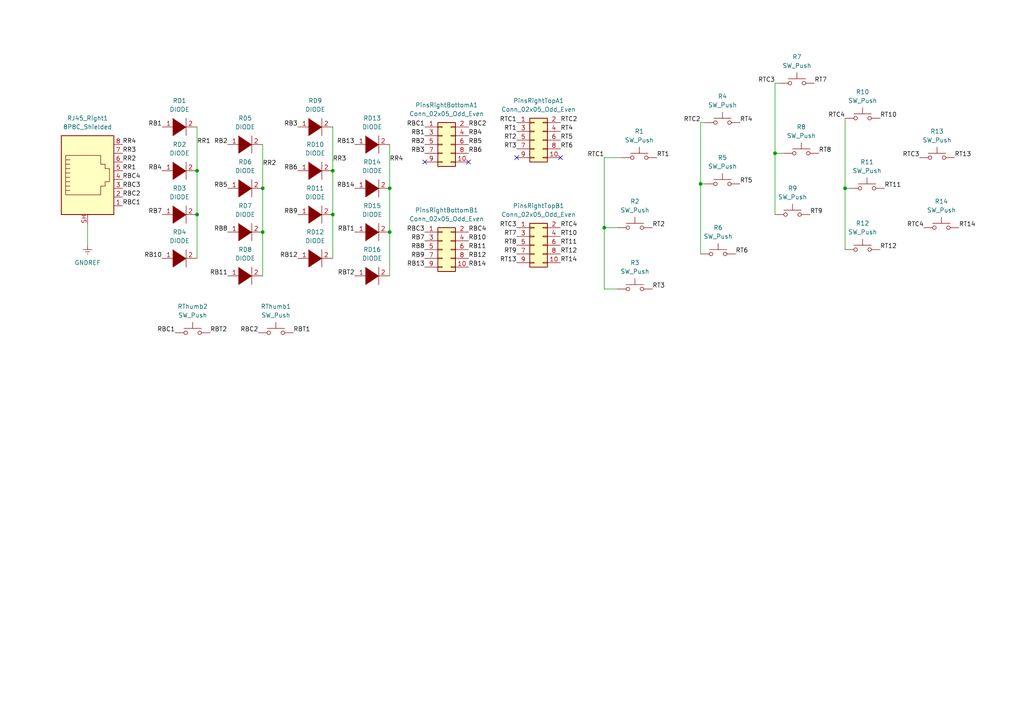
<source format=kicad_sch>
(kicad_sch (version 20211123) (generator eeschema)
  (paper "A4")
  (lib_symbols
    (symbol "Connector:8P8C_Shielded" (pin_names (offset 1.016))
      (property "Reference" "J" (at -5.08 13.97 0))
      (property "Value" "8P8C_Shielded" (at 2.54 13.97 0))
      (symbol "8P8C_Shielded_0_1"
        (polyline (pts (xy -5.08 4.445) (xy -6.35 4.445)))
        (polyline (pts (xy -5.08 5.715) (xy -6.35 5.715)))
        (polyline (pts (xy -6.35 -3.175) (xy -5.08 -3.175) (xy -5.08 -3.175)))
        (polyline (pts (xy -6.35 -1.905) (xy -5.08 -1.905) (xy -5.08 -1.905)))
        (polyline (pts (xy -6.35 -0.635) (xy -5.08 -0.635) (xy -5.08 -0.635)))
        (polyline (pts (xy -6.35 0.635) (xy -5.08 0.635) (xy -5.08 0.635)))
        (polyline (pts (xy -6.35 1.905) (xy -5.08 1.905) (xy -5.08 1.905)))
        (polyline (pts (xy -5.08 3.175) (xy -6.35 3.175) (xy -6.35 3.175)))
        (polyline (pts (xy -6.35 -4.445) (xy -6.35 6.985) (xy 3.81 6.985) (xy 3.81 4.445) (xy 5.08 4.445) (xy 5.08 3.175) (xy 6.35 3.175) (xy 6.35 -0.635) (xy 5.08 -0.635) (xy 5.08 -1.905) (xy 3.81 -1.905) (xy 3.81 -4.445) (xy -6.35 -4.445) (xy -6.35 -4.445)))
        (rectangle (start 7.62 12.7) (end -7.62 -10.16) (stroke (width 0.254)) (fill (type background)))
      )
      (symbol "8P8C_Shielded_1_1"
        (pin passive line (at 10.16 -7.62 180) (length 2.54) (name "~") (number "1"))
        (pin passive line (at 10.16 -5.08 180) (length 2.54) (name "~") (number "2"))
        (pin passive line (at 10.16 -2.54 180) (length 2.54) (name "~") (number "3"))
        (pin passive line (at 10.16 0 180) (length 2.54) (name "~") (number "4"))
        (pin passive line (at 10.16 2.54 180) (length 2.54) (name "~") (number "5"))
        (pin passive line (at 10.16 5.08 180) (length 2.54) (name "~") (number "6"))
        (pin passive line (at 10.16 7.62 180) (length 2.54) (name "~") (number "7"))
        (pin passive line (at 10.16 10.16 180) (length 2.54) (name "~") (number "8"))
        (pin passive line (at 0 -12.7 90) (length 2.54) (name "~") (number "SH"))
      )
    )
    (symbol "Connector_Generic:Conn_02x05_Odd_Even" (pin_names (offset 1.016) hide)
      (property "Reference" "J" (at 1.27 7.62 0))
      (property "Value" "Conn_02x05_Odd_Even" (at 1.27 -7.62 0))
      (symbol "Conn_02x05_Odd_Even_1_1"
        (rectangle (start -1.27 -4.953) (end 0 -5.207) (stroke (width 0.1524)))
        (rectangle (start -1.27 -2.413) (end 0 -2.667) (stroke (width 0.1524)))
        (rectangle (start -1.27 0.127) (end 0 -0.127) (stroke (width 0.1524)))
        (rectangle (start -1.27 2.667) (end 0 2.413) (stroke (width 0.1524)))
        (rectangle (start -1.27 5.207) (end 0 4.953) (stroke (width 0.1524)))
        (rectangle (start -1.27 6.35) (end 3.81 -6.35) (stroke (width 0.254)) (fill (type background)))
        (rectangle (start 3.81 -4.953) (end 2.54 -5.207) (stroke (width 0.1524)))
        (rectangle (start 3.81 -2.413) (end 2.54 -2.667) (stroke (width 0.1524)))
        (rectangle (start 3.81 0.127) (end 2.54 -0.127) (stroke (width 0.1524)))
        (rectangle (start 3.81 2.667) (end 2.54 2.413) (stroke (width 0.1524)))
        (rectangle (start 3.81 5.207) (end 2.54 4.953) (stroke (width 0.1524)))
        (pin passive line (at -5.08 5.08 0) (length 3.81) (name "Pin_1") (number "1"))
        (pin passive line (at 7.62 -5.08 180) (length 3.81) (name "Pin_10") (number "10"))
        (pin passive line (at 7.62 5.08 180) (length 3.81) (name "Pin_2") (number "2"))
        (pin passive line (at -5.08 2.54 0) (length 3.81) (name "Pin_3") (number "3"))
        (pin passive line (at 7.62 2.54 180) (length 3.81) (name "Pin_4") (number "4"))
        (pin passive line (at -5.08 0 0) (length 3.81) (name "Pin_5") (number "5"))
        (pin passive line (at 7.62 0 180) (length 3.81) (name "Pin_6") (number "6"))
        (pin passive line (at -5.08 -2.54 0) (length 3.81) (name "Pin_7") (number "7"))
        (pin passive line (at 7.62 -2.54 180) (length 3.81) (name "Pin_8") (number "8"))
        (pin passive line (at -5.08 -5.08 0) (length 3.81) (name "Pin_9") (number "9"))
      )
    )
    (symbol "Switch:SW_Push" (pin_numbers hide) (pin_names (offset 1.016) hide)
      (property "Reference" "SW" (at 1.27 2.54 0))
      (property "Value" "SW_Push" (at 0 -1.524 0))
      (symbol "SW_Push_0_1"
        (circle (center -2.032 0) (radius 0.508))
        (polyline (pts (xy 0 1.27) (xy 0 3.048)))
        (polyline (pts (xy 2.54 1.27) (xy -2.54 1.27)))
        (circle (center 2.032 0) (radius 0.508))
        (pin passive line (at -5.08 0 0) (length 2.54) (name "1") (number "1"))
        (pin passive line (at 5.08 0 180) (length 2.54) (name "2") (number "2"))
      )
    )
    (symbol "power:GNDREF" (power) (pin_names (offset 0))
      (property "Value" "GNDREF" (at 0 -3.81 0))
      (symbol "GNDREF_0_1"
        (polyline (pts (xy -0.635 -1.905) (xy 0.635 -1.905)))
        (polyline (pts (xy -0.127 -2.54) (xy 0.127 -2.54)))
        (polyline (pts (xy 0 -1.27) (xy 0 0)))
        (polyline (pts (xy 1.27 -1.27) (xy -1.27 -1.27)))
      )
      (symbol "GNDREF_1_1"
        (pin power_in line (at 0 0 270) (length 0) hide (name "GNDREF") (number "1"))
      )
    )
    (symbol "pspice:DIODE" (pin_names (offset 1.016) hide)
      (property "Reference" "D" (at 0 3.81 0))
      (property "Value" "DIODE" (at 0 -4.445 0))
      (symbol "DIODE_0_1"
        (polyline (pts (xy 1.905 2.54) (xy 1.905 -2.54)))
        (polyline (pts (xy -1.905 2.54) (xy -1.905 -2.54) (xy 1.905 0)) (fill (type outline)))
      )
      (symbol "DIODE_1_1"
        (pin input line (at -5.08 0 0) (length 3.81) (name "K") (number "1"))
        (pin input line (at 5.08 0 180) (length 3.81) (name "A") (number "2"))
      )
    )
  )
  (junction (at 57.15 62.23))
  (junction (at 57.15 49.53))
  (junction (at 96.52 62.23))
  (junction (at 224.79 44.45))
  (junction (at 175.26 66.04))
  (junction (at 245.11 54.61))
  (junction (at 203.2 53.34))
  (junction (at 76.2 67.31))
  (junction (at 76.2 54.61))
  (junction (at 113.03 67.31))
  (junction (at 113.03 54.61))
  (junction (at 96.52 49.53))
  (no_connect (at 162.56 45.72))
  (no_connect (at 135.89 46.99))
  (no_connect (at 123.19 46.99))
  (no_connect (at 149.86 45.72))
  (wire (pts (xy 203.2 53.34) (xy 203.2 35.56)))
  (wire (pts (xy 76.2 41.91) (xy 76.2 54.61)))
  (wire (pts (xy 96.52 62.23) (xy 96.52 74.93)))
  (wire (pts (xy 224.79 62.23) (xy 224.79 44.45)))
  (wire (pts (xy 96.52 36.83) (xy 96.52 49.53)))
  (wire (pts (xy 96.52 49.53) (xy 96.52 62.23)))
  (wire (pts (xy 203.2 53.34) (xy 204.47 53.34)))
  (wire (pts (xy 175.26 45.72) (xy 175.26 66.04)))
  (wire (pts (xy 76.2 54.61) (xy 76.2 67.31)))
  (wire (pts (xy 76.2 67.31) (xy 76.2 80.01)))
  (wire (pts (xy 175.26 66.04) (xy 179.07 66.04)))
  (wire (pts (xy 113.03 41.91) (xy 113.03 54.61)))
  (wire (pts (xy 245.11 34.29) (xy 245.11 54.61)))
  (wire (pts (xy 175.26 66.04) (xy 175.26 83.82)))
  (wire (pts (xy 224.79 24.13) (xy 226.06 24.13)))
  (wire (pts (xy 203.2 35.56) (xy 204.47 35.56)))
  (wire (pts (xy 175.26 83.82) (xy 179.07 83.82)))
  (wire (pts (xy 203.2 73.66) (xy 203.2 53.34)))
  (wire (pts (xy 113.03 54.61) (xy 113.03 67.31)))
  (wire (pts (xy 224.79 44.45) (xy 227.33 44.45)))
  (wire (pts (xy 224.79 44.45) (xy 224.79 24.13)))
  (wire (pts (xy 113.03 67.31) (xy 113.03 80.01)))
  (wire (pts (xy 245.11 54.61) (xy 246.38 54.61)))
  (wire (pts (xy 57.15 62.23) (xy 57.15 74.93)))
  (wire (pts (xy 25.4 64.77) (xy 25.4 71.12)))
  (wire (pts (xy 57.15 36.83) (xy 57.15 49.53)))
  (wire (pts (xy 245.11 54.61) (xy 245.11 72.39)))
  (wire (pts (xy 175.26 45.72) (xy 180.34 45.72)))
  (wire (pts (xy 57.15 49.53) (xy 57.15 62.23)))
  (label "RB3" (at 123.19 44.45 180))
  (label "RT8" (at 237.49 44.45 0))
  (label "RT6" (at 162.56 43.18 0))
  (label "RBC2" (at 135.89 36.83 0))
  (label "RR3" (at 96.52 46.99 0))
  (label "RTC4" (at 162.56 66.04 0))
  (label "RB4" (at 135.89 39.37 0))
  (label "RT12" (at 255.27 72.39 0))
  (label "RB13" (at 123.19 77.47 180))
  (label "RB2" (at 66.04 41.91 180))
  (label "RTC3" (at 149.86 66.04 180))
  (label "RTC3" (at 224.79 24.13 180))
  (label "RR4" (at 113.03 46.99 0))
  (label "RBT1" (at 102.87 67.31 180))
  (label "RTC1" (at 175.26 45.72 180))
  (label "RB13" (at 102.87 41.91 180))
  (label "RR4" (at 35.56 41.91 0))
  (label "RB10" (at 46.99 74.93 180))
  (label "RBC2" (at 74.93 96.52 180))
  (label "RB12" (at 135.89 74.93 0))
  (label "RB1" (at 123.19 39.37 180))
  (label "RB14" (at 135.89 77.47 0))
  (label "RTC4" (at 267.97 66.04 180))
  (label "RB9" (at 123.19 74.93 180))
  (label "RB8" (at 66.04 67.31 180))
  (label "RB7" (at 46.99 62.23 180))
  (label "RB9" (at 86.36 62.23 180))
  (label "RBC2" (at 35.56 57.15 0))
  (label "RR1" (at 57.15 41.91 0))
  (label "RBC4" (at 35.56 52.07 0))
  (label "RT1" (at 190.5 45.72 0))
  (label "RB5" (at 66.04 54.61 180))
  (label "RT4" (at 214.63 35.56 0))
  (label "RT5" (at 214.63 53.34 0))
  (label "RT13" (at 149.86 76.2 180))
  (label "RT3" (at 149.86 43.18 180))
  (label "RB1" (at 46.99 36.83 180))
  (label "RR3" (at 35.56 44.45 0))
  (label "RT10" (at 162.56 68.58 0))
  (label "RTC1" (at 149.86 35.56 180))
  (label "RT2" (at 189.23 66.04 0))
  (label "RTC2" (at 162.56 35.56 0))
  (label "RBT1" (at 85.09 96.52 0))
  (label "RB4" (at 46.99 49.53 180))
  (label "RT4" (at 162.56 38.1 0))
  (label "RT8" (at 149.86 71.12 180))
  (label "RBC1" (at 35.56 59.69 0))
  (label "RB2" (at 123.19 41.91 180))
  (label "RT9" (at 149.86 73.66 180))
  (label "RTC2" (at 203.2 35.56 180))
  (label "RB7" (at 123.19 69.85 180))
  (label "RT11" (at 256.54 54.61 0))
  (label "RT13" (at 276.86 45.72 0))
  (label "RT2" (at 149.86 40.64 180))
  (label "RT1" (at 149.86 38.1 180))
  (label "RT7" (at 236.22 24.13 0))
  (label "RT10" (at 255.27 34.29 0))
  (label "RB6" (at 135.89 44.45 0))
  (label "RTC4" (at 245.11 34.29 180))
  (label "RBT2" (at 102.87 80.01 180))
  (label "RR1" (at 35.56 49.53 0))
  (label "RT5" (at 162.56 40.64 0))
  (label "RB12" (at 86.36 74.93 180))
  (label "RT6" (at 213.36 73.66 0))
  (label "RT7" (at 149.86 68.58 180))
  (label "RT11" (at 162.56 71.12 0))
  (label "RT14" (at 278.13 66.04 0))
  (label "RB11" (at 66.04 80.01 180))
  (label "RB8" (at 123.19 72.39 180))
  (label "RB6" (at 86.36 49.53 180))
  (label "RB10" (at 135.89 69.85 0))
  (label "RR2" (at 35.56 46.99 0))
  (label "RBC1" (at 50.8 96.52 180))
  (label "RT3" (at 189.23 83.82 0))
  (label "RB5" (at 135.89 41.91 0))
  (label "RB11" (at 135.89 72.39 0))
  (label "RT12" (at 162.56 73.66 0))
  (label "RB14" (at 102.87 54.61 180))
  (label "RBC3" (at 123.19 67.31 180))
  (label "RTC3" (at 266.7 45.72 180))
  (label "RBC4" (at 135.89 67.31 0))
  (label "RBT2" (at 60.96 96.52 0))
  (label "RBC1" (at 123.19 36.83 180))
  (label "RT9" (at 234.95 62.23 0))
  (label "RB3" (at 86.36 36.83 180))
  (label "RT14" (at 162.56 76.2 0))
  (label "RR2" (at 76.2 48.26 0))
  (label "RBC3" (at 35.56 54.61 0))
  (symbol (lib_id "Switch:SW_Push") (at 251.46 54.61 0) (unit 1)
    (property "Reference" "R11" (at 251.46 46.99 0))
    (property "Value" "SW_Push" (at 251.46 49.53 0))
    (property "Footprint" "Button_Switch_Keyboard:SW_Cherry_MX_1.00u_PCB" (effects hide))
  )
  (symbol (lib_id "Switch:SW_Push") (at 231.14 24.13 0) (unit 1)
    (property "Reference" "R7" (at 231.14 16.51 0))
    (property "Value" "SW_Push" (at 231.14 19.05 0))
    (property "Footprint" "Button_Switch_Keyboard:SW_Cherry_MX_1.00u_PCB" (effects hide))
  )
  (symbol (lib_id "Connector_Generic:Conn_02x05_Odd_Even") (at 154.94 40.64 0) (unit 1)
    (property "Reference" "PinsRightTopA1" (at 156.21 29.21 0))
    (property "Value" "Conn_02x05_Odd_Even" (at 156.21 31.75 0))
    (property "Footprint" "Connector_PinHeader_2.54mm:PinHeader_2x05_P2.54mm_Vertical" (effects hide))
  )
  (symbol (lib_id "Connector:8P8C_Shielded") (at 25.4 52.07 0) (unit 1)
    (property "Reference" "RJ45_Right1" (at 25.4 34.29 0))
    (property "Value" "8P8C_Shielded" (at 25.4 36.83 0))
    (property "Footprint" "Connector_RJ:RJ45_Ninigi_GE" (effects hide))
  )
  (symbol (lib_id "Connector_Generic:Conn_02x05_Odd_Even") (at 154.94 71.12 0) (unit 1)
    (property "Reference" "PinsRightTopB1" (at 156.21 59.69 0))
    (property "Value" "Conn_02x05_Odd_Even" (at 156.21 62.23 0))
    (property "Footprint" "Connector_PinHeader_2.54mm:PinHeader_2x05_P2.54mm_Vertical" (effects hide))
  )
  (symbol (lib_id "pspice:DIODE") (at 52.07 74.93 0) (unit 1)
    (property "Reference" "RD4" (at 52.07 67.31 0))
    (property "Value" "DIODE" (at 52.07 69.85 0))
    (property "Footprint" "Diode_THT:D_DO-35_SOD27_P7.62mm_Horizontal" (effects hide))
  )
  (symbol (lib_id "Switch:SW_Push") (at 229.87 62.23 0) (unit 1)
    (property "Reference" "R9" (at 229.87 54.61 0))
    (property "Value" "SW_Push" (at 229.87 57.15 0))
    (property "Footprint" "Button_Switch_Keyboard:SW_Cherry_MX_1.00u_PCB" (effects hide))
  )
  (symbol (lib_id "pspice:DIODE") (at 91.44 62.23 0) (unit 1)
    (property "Reference" "RD11" (at 91.44 54.61 0))
    (property "Value" "DIODE" (at 91.44 57.15 0))
    (property "Footprint" "Diode_THT:D_DO-35_SOD27_P7.62mm_Horizontal" (effects hide))
  )
  (symbol (lib_id "Switch:SW_Push") (at 209.55 53.34 0) (unit 1)
    (property "Reference" "R5" (at 209.55 45.72 0))
    (property "Value" "SW_Push" (at 209.55 48.26 0))
    (property "Footprint" "Button_Switch_Keyboard:SW_Cherry_MX_1.00u_PCB" (effects hide))
  )
  (symbol (lib_id "Switch:SW_Push") (at 250.19 72.39 0) (unit 1)
    (property "Reference" "R12" (at 250.19 64.77 0))
    (property "Value" "SW_Push" (at 250.19 67.31 0))
    (property "Footprint" "Button_Switch_Keyboard:SW_Cherry_MX_1.00u_PCB" (effects hide))
  )
  (symbol (lib_id "Switch:SW_Push") (at 184.15 83.82 0) (unit 1)
    (property "Reference" "R3" (at 184.15 76.2 0))
    (property "Value" "SW_Push" (at 184.15 78.74 0))
    (property "Footprint" "Button_Switch_Keyboard:SW_Cherry_MX_1.00u_PCB" (effects hide))
  )
  (symbol (lib_id "pspice:DIODE") (at 91.44 36.83 0) (unit 1)
    (property "Reference" "RD9" (at 91.44 29.21 0))
    (property "Value" "DIODE" (at 91.44 31.75 0))
    (property "Footprint" "Diode_THT:D_DO-35_SOD27_P7.62mm_Horizontal" (effects hide))
  )
  (symbol (lib_id "pspice:DIODE") (at 107.95 80.01 0) (unit 1)
    (property "Reference" "RD16" (at 107.95 72.39 0))
    (property "Value" "DIODE" (at 107.95 74.93 0))
    (property "Footprint" "Diode_THT:D_DO-35_SOD27_P7.62mm_Horizontal" (effects hide))
  )
  (symbol (lib_id "pspice:DIODE") (at 107.95 41.91 0) (unit 1)
    (property "Reference" "RD13" (at 107.95 34.29 0))
    (property "Value" "DIODE" (at 107.95 36.83 0))
    (property "Footprint" "Diode_THT:D_DO-35_SOD27_P7.62mm_Horizontal" (effects hide))
  )
  (symbol (lib_id "pspice:DIODE") (at 71.12 80.01 0) (unit 1)
    (property "Reference" "RD8" (at 71.12 72.39 0))
    (property "Value" "DIODE" (at 71.12 74.93 0))
    (property "Footprint" "Diode_THT:D_DO-35_SOD27_P7.62mm_Horizontal" (effects hide))
  )
  (symbol (lib_id "pspice:DIODE") (at 52.07 36.83 0) (unit 1)
    (property "Reference" "RD1" (at 52.07 29.21 0))
    (property "Value" "DIODE" (at 52.07 31.75 0))
    (property "Footprint" "Diode_THT:D_DO-35_SOD27_P7.62mm_Horizontal" (effects hide))
  )
  (symbol (lib_id "pspice:DIODE") (at 91.44 49.53 0) (unit 1)
    (property "Reference" "RD10" (at 91.44 41.91 0))
    (property "Value" "DIODE" (at 91.44 44.45 0))
    (property "Footprint" "Diode_THT:D_DO-35_SOD27_P7.62mm_Horizontal" (effects hide))
  )
  (symbol (lib_id "Switch:SW_Push") (at 184.15 66.04 0) (unit 1)
    (property "Reference" "R2" (at 184.15 58.42 0))
    (property "Value" "SW_Push" (at 184.15 60.96 0))
    (property "Footprint" "Button_Switch_Keyboard:SW_Cherry_MX_1.00u_PCB" (effects hide))
  )
  (symbol (lib_id "Switch:SW_Push") (at 185.42 45.72 0) (unit 1)
    (property "Reference" "R1" (at 185.42 38.1 0))
    (property "Value" "SW_Push" (at 185.42 40.64 0))
    (property "Footprint" "Button_Switch_Keyboard:SW_Cherry_MX_1.00u_PCB" (effects hide))
  )
  (symbol (lib_id "pspice:DIODE") (at 52.07 49.53 0) (unit 1)
    (property "Reference" "RD2" (at 52.07 41.91 0))
    (property "Value" "DIODE" (at 52.07 44.45 0))
    (property "Footprint" "Diode_THT:D_DO-35_SOD27_P7.62mm_Horizontal" (effects hide))
  )
  (symbol (lib_id "Switch:SW_Push") (at 250.19 34.29 0) (unit 1)
    (property "Reference" "R10" (at 250.19 26.67 0))
    (property "Value" "SW_Push" (at 250.19 29.21 0))
    (property "Footprint" "Button_Switch_Keyboard:SW_Cherry_MX_1.00u_PCB" (effects hide))
  )
  (symbol (lib_id "Switch:SW_Push") (at 232.41 44.45 0) (unit 1)
    (property "Reference" "R8" (at 232.41 36.83 0))
    (property "Value" "SW_Push" (at 232.41 39.37 0))
    (property "Footprint" "Button_Switch_Keyboard:SW_Cherry_MX_1.00u_PCB" (effects hide))
  )
  (symbol (lib_id "Connector_Generic:Conn_02x05_Odd_Even") (at 128.27 41.91 0) (unit 1)
    (property "Reference" "PinsRightBottomA1" (at 129.54 30.48 0))
    (property "Value" "Conn_02x05_Odd_Even" (at 129.54 33.02 0))
    (property "Footprint" "Connector_PinHeader_2.54mm:PinHeader_2x05_P2.54mm_Vertical" (effects hide))
  )
  (symbol (lib_id "pspice:DIODE") (at 107.95 54.61 0) (unit 1)
    (property "Reference" "RD14" (at 107.95 46.99 0))
    (property "Value" "DIODE" (at 107.95 49.53 0))
    (property "Footprint" "Diode_THT:D_DO-35_SOD27_P7.62mm_Horizontal" (effects hide))
  )
  (symbol (lib_id "Switch:SW_Push") (at 55.88 96.52 0) (unit 1)
    (property "Reference" "RThumb2" (at 55.88 88.9 0))
    (property "Value" "SW_Push" (at 55.88 91.44 0))
    (property "Footprint" "Button_Switch_Keyboard:SW_Cherry_MX_1.00u_PCB" (effects hide))
  )
  (symbol (lib_id "pspice:DIODE") (at 71.12 67.31 0) (unit 1)
    (property "Reference" "RD7" (at 71.12 59.69 0))
    (property "Value" "DIODE" (at 71.12 62.23 0))
    (property "Footprint" "Diode_THT:D_DO-35_SOD27_P7.62mm_Horizontal" (effects hide))
  )
  (symbol (lib_id "Switch:SW_Push") (at 209.55 35.56 0) (unit 1)
    (property "Reference" "R4" (at 209.55 27.94 0))
    (property "Value" "SW_Push" (at 209.55 30.48 0))
    (property "Footprint" "Button_Switch_Keyboard:SW_Cherry_MX_1.00u_PCB" (effects hide))
  )
  (symbol (lib_id "pspice:DIODE") (at 71.12 41.91 0) (unit 1)
    (property "Reference" "RD5" (at 71.12 34.29 0))
    (property "Value" "DIODE" (at 71.12 36.83 0))
    (property "Footprint" "Diode_THT:D_DO-35_SOD27_P7.62mm_Horizontal" (effects hide))
  )
  (symbol (lib_id "pspice:DIODE") (at 52.07 62.23 0) (unit 1)
    (property "Reference" "RD3" (at 52.07 54.61 0))
    (property "Value" "DIODE" (at 52.07 57.15 0))
    (property "Footprint" "Diode_THT:D_DO-35_SOD27_P7.62mm_Horizontal" (effects hide))
  )
  (symbol (lib_id "Switch:SW_Push") (at 208.28 73.66 0) (unit 1)
    (property "Reference" "R6" (at 208.28 66.04 0))
    (property "Value" "SW_Push" (at 208.28 68.58 0))
    (property "Footprint" "Button_Switch_Keyboard:SW_Cherry_MX_1.00u_PCB" (effects hide))
  )
  (symbol (lib_id "Switch:SW_Push") (at 80.01 96.52 0) (unit 1)
    (property "Reference" "RThumb1" (at 80.01 88.9 0))
    (property "Value" "SW_Push" (at 80.01 91.44 0))
    (property "Footprint" "Button_Switch_Keyboard:SW_Cherry_MX_1.00u_PCB" (effects hide))
  )
  (symbol (lib_id "power:GNDREF") (at 25.4 71.12 0) (unit 1)
    (property "Reference" "#PWR0101" (effects hide))
    (property "Value" "GNDREF" (at 25.4 76.2 0))
  )
  (symbol (lib_id "pspice:DIODE") (at 107.95 67.31 0) (unit 1)
    (property "Reference" "RD15" (at 107.95 59.69 0))
    (property "Value" "DIODE" (at 107.95 62.23 0))
    (property "Footprint" "Diode_THT:D_DO-35_SOD27_P7.62mm_Horizontal" (effects hide))
  )
  (symbol (lib_id "pspice:DIODE") (at 91.44 74.93 0) (unit 1)
    (property "Reference" "RD12" (at 91.44 67.31 0))
    (property "Value" "DIODE" (at 91.44 69.85 0))
    (property "Footprint" "Diode_THT:D_DO-35_SOD27_P7.62mm_Horizontal" (effects hide))
  )
  (symbol (lib_id "Connector_Generic:Conn_02x05_Odd_Even") (at 128.27 72.39 0) (unit 1)
    (property "Reference" "PinsRightBottomB1" (at 129.54 60.96 0))
    (property "Value" "Conn_02x05_Odd_Even" (at 129.54 63.5 0))
    (property "Footprint" "Connector_PinHeader_2.54mm:PinHeader_2x05_P2.54mm_Vertical" (effects hide))
  )
  (symbol (lib_id "Switch:SW_Push") (at 273.05 66.04 0) (unit 1)
    (property "Reference" "R14" (at 273.05 58.42 0))
    (property "Value" "SW_Push" (at 273.05 60.96 0))
    (property "Footprint" "Button_Switch_Keyboard:SW_Cherry_MX_1.00u_PCB" (effects hide))
  )
  (symbol (lib_id "pspice:DIODE") (at 71.12 54.61 0) (unit 1)
    (property "Reference" "RD6" (at 71.12 46.99 0))
    (property "Value" "DIODE" (at 71.12 49.53 0))
    (property "Footprint" "Diode_THT:D_DO-35_SOD27_P7.62mm_Horizontal" (effects hide))
  )
  (symbol (lib_id "Switch:SW_Push") (at 271.78 45.72 0) (unit 1)
    (property "Reference" "R13" (at 271.78 38.1 0))
    (property "Value" "SW_Push" (at 271.78 40.64 0))
    (property "Footprint" "Button_Switch_Keyboard:SW_Cherry_MX_1.00u_PCB" (effects hide))
  )
)
</source>
